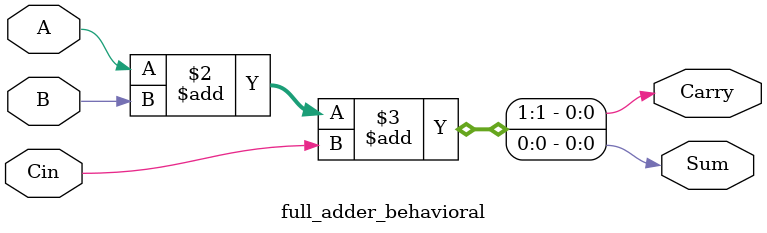
<source format=v>
module full_adder_behavioral(
    input A, B, Cin,
    output reg Sum, Carry
);

always @ (A or B or Cin) begin
    {Carry, Sum} = A + B + Cin;
end

endmodule

</source>
